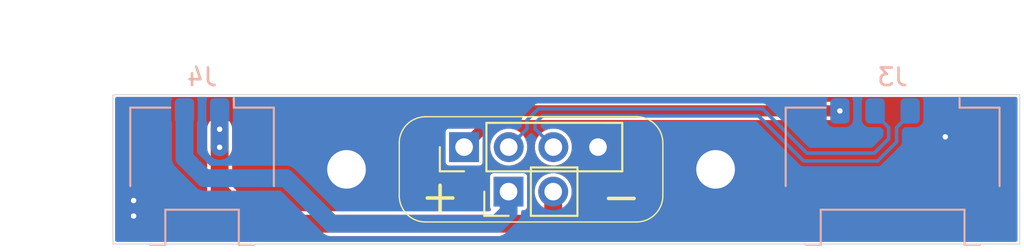
<source format=kicad_pcb>
(kicad_pcb (version 20241229) (generator "pcbnew") (generator_version "9.0")
  (layers (0 "F.Cu" signal) (2 "B.Cu" signal) (13 "F.Paste" user) (15 "B.Paste" user) (5 "F.SilkS" user "F.Silkscreen") (7 "B.SilkS" user "B.Silkscreen") (1 "F.Mask" user) (3 "B.Mask" user) (25 "Edge.Cuts" user))
  (net 0 "")
  (net 1 "/D+")
  (net 2 "VBUS")
  (net 3 "/D-")
  (net 4 "GND")
  (net 5 "SYSTEM_VSS")
  (net 6 "SYSTEM_VDD")
  (footprint "Connector_PinHeader_2.54mm:PinHeader_1x04_P2.54mm_Vertical" (layer "F.Cu") (at 144.96 100.6735 90)
    (property "Reference" "J1" (hide yes))
    (property "Value" "310-13-104-41-001000" (hide yes))
    (fp_line (start -1.38 -1.38) (end 0 -1.379999) (stroke (width 0.12)) (layer "F.SilkS"))
    (fp_line (start -1.379999 0) (end -1.38 -1.38) (stroke (width 0.12)) (layer "F.SilkS"))
    (fp_line (start 1.38 1.27) (end 1.379999 9) (stroke (width 0.12)) (layer "F.SilkS"))
    (fp_line (start -1.38 1.27) (end 1.38 1.27) (stroke (width 0.12)) (layer "F.SilkS"))
    (fp_line (start -1.38 1.27) (end -1.379999 9) (stroke (width 0.12)) (layer "F.SilkS"))
    (fp_line (start -1.379999 9) (end 1.379999 9) (stroke (width 0.12)) (layer "F.SilkS"))
    (pad "1" thru_hole rect (at 0 0 90) (size 1.7 1.7) (drill 1) (layers "*.Cu" "*.Mask") (net 2 "VBUS"))
    (pad "2" thru_hole circle (at 0 2.54 90) (size 1.7 1.7) (drill 1) (layers "*.Cu" "*.Mask") (net 1 "/D+"))
    (pad "3" thru_hole circle (at 0 5.079999 90) (size 1.7 1.7) (drill 1) (layers "*.Cu" "*.Mask") (net 3 "/D-"))
    (pad "4" thru_hole circle (at 0 7.62 90) (size 1.7 1.7) (drill 1) (layers "*.Cu" "*.Mask") (net 4 "GND"))
  )
  (footprint "Connector_PinHeader_2.54mm:PinHeader_1x02_P2.54mm_Vertical" (layer "F.Cu") (at 147.49 103.2135 90)
    (property "Reference" "J2" (hide yes))
    (property "Value" "310-13-102-41-001000" (hide yes))
    (fp_line (start -1.38 -1.38) (end 0 -1.379999) (stroke (width 0.12)) (layer "F.SilkS"))
    (fp_line (start -1.379999 0) (end -1.38 -1.38) (stroke (width 0.12)) (layer "F.SilkS"))
    (fp_line (start 1.38 1.27) (end 1.38 3.92) (stroke (width 0.12)) (layer "F.SilkS"))
    (fp_line (start -1.38 1.27) (end 1.38 1.27) (stroke (width 0.12)) (layer "F.SilkS"))
    (fp_line (start -1.38 1.27) (end -1.38 3.92) (stroke (width 0.12)) (layer "F.SilkS"))
    (fp_line (start -1.38 3.92) (end 1.38 3.92) (stroke (width 0.12)) (layer "F.SilkS"))
    (pad "1" thru_hole rect (at 0 0 90) (size 1.7 1.7) (drill 1) (layers "*.Cu" "*.Mask") (net 6 "SYSTEM_VDD"))
    (pad "2" thru_hole circle (at 0 2.54 90) (size 1.7 1.7) (drill 1) (layers "*.Cu" "*.Mask") (net 5 "SYSTEM_VSS"))
  )
  (footprint "Argus-Miscellaneous:Access Port 2" (layer "F.Cu") (at 148.77 101.9435)
    (property "Reference" "H7" (hide yes))
    (property "Value" "Access Port" (hide yes))
    (fp_line (start -7.499999 1.5) (end -7.5 -1.5) (stroke (width 0.0762)) (layer "F.SilkS"))
    (fp_line (start -6 -3) (end 6 -3) (stroke (width 0.0762)) (layer "F.SilkS"))
    (fp_line (start 6 3) (end -6 2.999999) (stroke (width 0.0762)) (layer "F.SilkS"))
    (fp_line (start 7.5 -1.5) (end 7.5 1.5) (stroke (width 0.0762)) (layer "F.SilkS"))
    (fp_arc (start -7.5 -1.5) (mid -7.06066 -2.56066) (end -6 -3) (stroke (width 0.0762)) (layer "F.SilkS"))
    (fp_arc (start -6 3) (mid -7.06066 2.56066) (end -7.5 1.5) (stroke (width 0.0762)) (layer "F.SilkS"))
    (fp_arc (start 6 -3) (mid 7.06066 -2.56066) (end 7.5 -1.5) (stroke (width 0.0762)) (layer "F.SilkS"))
    (fp_arc (start 7.5 1.5) (mid 7.06066 2.56066) (end 6 3) (stroke (width 0.0762)) (layer "F.SilkS"))
    (pad "1" thru_hole circle (at -10.5 0) (size 3.8 3.8) (drill 2.2) (layers "*.Cu" "*.Mask") (net 4 "GND"))
    (pad "1" thru_hole circle (at 10.5 0) (size 3.8 3.8) (drill 2.2) (layers "*.Cu" "*.Mask") (net 4 "GND"))
  )
  (footprint "Connector_Molex:Molex_Pico-Lock_205338-0004_1x04-1MP_P2.00mm_Horizontal" (layer "B.Cu") (at 169.344 101.9689 180)
    (property "Reference" "J3" (at 0 5.29 0) (layer "B.SilkS") (effects (justify mirror)))
    (property "Value" "205338-0004")
    (fp_line (start 6.085 3.545) (end 3.81 3.545) (stroke (width 0.12)) (layer "B.SilkS"))
    (fp_line (start 6.085 -0.925) (end 6.085 3.545) (stroke (width 0.12)) (layer "B.SilkS"))
    (fp_line (start 4.09 -2.275) (end 4.09 -4.275) (stroke (width 0.12)) (layer "B.SilkS"))
    (fp_line (start 4.09 -4.275) (end 4.96 -4.275) (stroke (width 0.12)) (layer "B.SilkS"))
    (fp_line (start -3.81 3.545) (end -3.81 4.085) (stroke (width 0.12)) (layer "B.SilkS"))
    (fp_line (start -4.09 -2.275) (end 4.09 -2.275) (stroke (width 0.12)) (layer "B.SilkS"))
    (fp_line (start -4.09 -4.275) (end -4.09 -2.275) (stroke (width 0.12)) (layer "B.SilkS"))
    (fp_line (start -4.96 -4.275) (end -4.09 -4.275) (stroke (width 0.12)) (layer "B.SilkS"))
    (fp_line (start -6.085 3.545) (end -3.81 3.545) (stroke (width 0.12)) (layer "B.SilkS"))
    (fp_line (start -6.085 -0.925) (end -6.085 3.545) (stroke (width 0.12)) (layer "B.SilkS"))
    (pad "1" smd roundrect (at -3 3.36 180) (size 1.1 1.45) (layers "B.Cu" "B.Mask" "B.Paste") (roundrect_rratio 0.227273) (net 4 "GND"))
    (pad "2" smd roundrect (at -1 3.36 180) (size 1.1 1.45) (layers "B.Cu" "B.Mask" "B.Paste") (roundrect_rratio 0.227273) (net 3 "/D-"))
    (pad "3" smd roundrect (at 1 3.36 180) (size 1.1 1.45) (layers "B.Cu" "B.Mask" "B.Paste") (roundrect_rratio 0.227273) (net 1 "/D+"))
    (pad "4" smd roundrect (at 3 3.36 180) (size 1.1 1.45) (layers "B.Cu" "B.Mask" "B.Paste") (roundrect_rratio 0.227273) (net 2 "VBUS"))
    (pad "MP" smd roundrect (at -5.895 -2.635 180) (size 1.35 2.9) (layers "B.Cu" "B.Mask" "B.Paste") (roundrect_rratio 0.185185) (net 4 "GND"))
    (pad "MP" smd roundrect (at 5.895 -2.635 180) (size 1.35 2.9) (layers "B.Cu" "B.Mask" "B.Paste") (roundrect_rratio 0.185185) (net 4 "GND"))
  )
  (footprint "Connector_Molex:Molex_Pico-Lock_205338-0002_1x02-1MP_P2.00mm_Horizontal" (layer "B.Cu") (at 130.0502 101.9689 180)
    (property "Reference" "J4" (at 0 5.29 0) (layer "B.SilkS") (effects (justify mirror)))
    (property "Value" "205338-0002")
    (fp_line (start 4.085 3.545) (end 1.81 3.545) (stroke (width 0.12)) (layer "B.SilkS"))
    (fp_line (start 4.085 -0.925) (end 4.085 3.545) (stroke (width 0.12)) (layer "B.SilkS"))
    (fp_line (start 2.09 -2.275) (end 2.09 -4.275) (stroke (width 0.12)) (layer "B.SilkS"))
    (fp_line (start 2.09 -4.275) (end 2.960001 -4.275) (stroke (width 0.12)) (layer "B.SilkS"))
    (fp_line (start -1.81 3.545) (end -1.81 4.085) (stroke (width 0.12)) (layer "B.SilkS"))
    (fp_line (start -2.09 -2.275) (end 2.09 -2.275) (stroke (width 0.12)) (layer "B.SilkS"))
    (fp_line (start -2.09 -4.275) (end -2.09 -2.275) (stroke (width 0.12)) (layer "B.SilkS"))
    (fp_line (start -2.960001 -4.275) (end -2.09 -4.275) (stroke (width 0.12)) (layer "B.SilkS"))
    (fp_line (start -4.085 3.545) (end -1.81 3.545) (stroke (width 0.12)) (layer "B.SilkS"))
    (fp_line (start -4.085 -0.925) (end -4.085 3.545) (stroke (width 0.12)) (layer "B.SilkS"))
    (pad "1" smd roundrect (at -1 3.36 180) (size 1.1 1.45) (layers "B.Cu" "B.Mask" "B.Paste") (roundrect_rratio 0.227273) (net 5 "SYSTEM_VSS"))
    (pad "2" smd roundrect (at 1 3.36 180) (size 1.1 1.45) (layers "B.Cu" "B.Mask" "B.Paste") (roundrect_rratio 0.227273) (net 6 "SYSTEM_VDD"))
    (pad "MP" smd roundrect (at -3.895 -2.634999 180) (size 1.35 2.9) (layers "B.Cu" "B.Mask" "B.Paste") (roundrect_rratio 0.185185) (net 4 "GND"))
    (pad "MP" smd roundrect (at 3.895 -2.634999 180) (size 1.35 2.9) (layers "B.Cu" "B.Mask" "B.Paste") (roundrect_rratio 0.185185) (net 4 "GND"))
  )
  (gr_rect (start 124.9768 97.6875) (end 176.5764 106.1995) (stroke (width 0.05)) (fill no) (layer "Edge.Cuts"))
  (gr_text "-" (at 153.906199 103.7469 180) (layer "F.SilkS") (effects (font (size 1.905 1.905) (thickness 0.2032))))
  (gr_text "+" (at 143.5938 103.7215 180) (layer "F.SilkS") (effects (font (size 1.905 1.905) (thickness 0.2032))))
  (segment (start 161.940598 98.4891) (end 149.188402 98.4891) (width 0.2) (layer "B.Cu") (net 1))
  (segment (start 164.466978 101.01548) (end 161.940598 98.4891) (width 0.2) (layer "B.Cu") (net 1))
  (segment (start 148.544999 99.628501) (end 147.5 100.6735) (width 0.2) (layer "B.Cu") (net 1))
  (segment (start 169.119 99.5589) (end 169.119 100.199302) (width 0.2) (layer "B.Cu") (net 1))
  (segment (start 148.544999 99.132503) (end 148.544999 99.628501) (width 0.2) (layer "B.Cu") (net 1))
  (segment (start 168.344 98.7839) (end 169.119 99.5589) (width 0.2) (layer "B.Cu") (net 1))
  (segment (start 149.188402 98.4891) (end 148.544999 99.132503) (width 0.2) (layer "B.Cu") (net 1))
  (segment (start 169.119 100.199302) (end 168.302822 101.01548) (width 0.2) (layer "B.Cu") (net 1))
  (segment (start 168.344 98.6089) (end 168.344 98.7839) (width 0.2) (layer "B.Cu") (net 1))
  (segment (start 168.302822 101.01548) (end 164.466978 101.01548) (width 0.2) (layer "B.Cu") (net 1))
  (segment (start 147.0246 98.6089) (end 144.96 100.6735) (width 0.635) (layer "F.Cu") (net 2))
  (segment (start 166.344 98.6089) (end 147.0246 98.6089) (width 0.635) (layer "F.Cu") (net 2))
  (via (at 166.344 98.6089) (size 0.6096) (drill 0.3048) (layers "F.Cu" "B.Cu") (net 2))
  (segment (start 170.344 98.6089) (end 170.344 98.7839) (width 0.2) (layer "B.Cu") (net 3))
  (segment (start 148.995001 99.318897) (end 148.995001 99.628501) (width 0.2) (layer "B.Cu") (net 3))
  (segment (start 148.995001 99.628501) (end 150.039999 100.673499) (width 0.2) (layer "B.Cu") (net 3))
  (segment (start 169.569 100.385698) (end 168.489218 101.46548) (width 0.2) (layer "B.Cu") (net 3))
  (segment (start 161.710602 98.8955) (end 149.418398 98.8955) (width 0.2) (layer "B.Cu") (net 3))
  (segment (start 168.489218 101.46548) (end 164.280582 101.46548) (width 0.2) (layer "B.Cu") (net 3))
  (segment (start 149.418398 98.8955) (end 148.995001 99.318897) (width 0.2) (layer "B.Cu") (net 3))
  (segment (start 170.344 98.7839) (end 169.569 99.5589) (width 0.2) (layer "B.Cu") (net 3))
  (segment (start 150.039999 100.673499) (end 150.039999 100.6735) (width 0.2) (layer "B.Cu") (net 3))
  (segment (start 164.280582 101.46548) (end 161.710602 98.8955) (width 0.2) (layer "B.Cu") (net 3))
  (segment (start 169.569 99.5589) (end 169.569 100.385698) (width 0.2) (layer "B.Cu") (net 3))
  (via (at 126.1552 103.7215) (size 0.6096) (drill 0.3048) (layers "F.Cu" "B.Cu") (net 4))
  (via (at 126.1552 104.603899) (size 0.6096) (drill 0.3048) (layers "F.Cu" "B.Cu") (net 4))
  (via (at 172.3412 100.0893) (size 0.6096) (drill 0.3048) (layers "F.Cu" "B.Cu") (net 4))
  (segment (start 172.344 100.0865) (end 172.3412 100.0893) (width 0.2) (layer "B.Cu") (net 4))
  (segment (start 172.344 98.6089) (end 172.344 100.0865) (width 0.635) (layer "B.Cu") (net 4))
  (segment (start 131.0502 100.6829) (end 131.0502 99.6575) (width 1.016) (layer "F.Cu") (net 5))
  (segment (start 149.3542 105.0423) (end 150.03 104.3665) (width 1.016) (layer "F.Cu") (net 5))
  (segment (start 132.895 105.0423) (end 149.3542 105.0423) (width 1.016) (layer "F.Cu") (net 5))
  (segment (start 131.0502 103.1975) (end 132.895 105.0423) (width 1.016) (layer "F.Cu") (net 5))
  (segment (start 131.0502 100.6829) (end 131.0502 103.1975) (width 1.016) (layer "F.Cu") (net 5))
  (segment (start 150.03 104.3665) (end 150.03 103.2135) (width 1.016) (layer "F.Cu") (net 5))
  (via (at 131.0502 100.6829) (size 0.6096) (drill 0.3048) (layers "F.Cu" "B.Cu") (net 5))
  (via (at 131.0502 99.6575) (size 0.6096) (drill 0.3048) (layers "F.Cu" "B.Cu") (net 5))
  (segment (start 131.0502 99.6575) (end 131.0502 98.6089) (width 1.016) (layer "B.Cu") (net 5))
  (segment (start 131.0502 100.6829) (end 131.0502 99.6575) (width 1.016) (layer "B.Cu") (net 5))
  (segment (start 137.41938 105.0423) (end 146.8396 105.0423) (width 1.016) (layer "B.Cu") (net 6))
  (segment (start 129.0502 101.2991) (end 130.195999 102.444899) (width 1.016) (layer "B.Cu") (net 6))
  (segment (start 147.49 104.3919) (end 147.49 103.2135) (width 1.016) (layer "B.Cu") (net 6))
  (segment (start 146.8396 105.0423) (end 147.49 104.3919) (width 1.016) (layer "B.Cu") (net 6))
  (segment (start 129.0502 98.6089) (end 129.0502 101.2991) (width 1.016) (layer "B.Cu") (net 6))
  (segment (start 134.821979 102.444899) (end 137.41938 105.0423) (width 1.016) (layer "B.Cu") (net 6))
  (segment (start 130.195999 102.444899) (end 134.821979 102.444899) (width 1.016) (layer "B.Cu") (net 6))
  (zone (net 4) (net_name "GND") (layers "F.Cu" "B.Cu") (connect_pads yes (clearance 0.2032)) (min_thickness 0.2032) (fill yes (thermal_gap 0.5) (thermal_bridge_width 0.5))
    (polygon (pts (xy 124.6908 97.55999) (xy 176.837 97.511118) (xy 176.837 106.5409) (xy 124.6908 106.5409)))
  )
)
</source>
